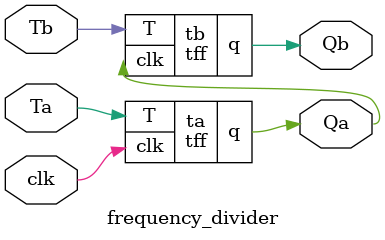
<source format=v>
`timescale 1ns / 1ps
	 
	module tff (input clk,T,output reg q=0);

always @ (posedge clk)

begin
if (T)
begin
q<=~q;
end
else
q<=q;

end
endmodule

module frequency_divider(
    input clk,Ta,Tb,
    output Qa,Qb
    );
	  
	 tff ta (.clk(clk),.T(Ta),.q(Qa));
	 tff tb (.clk(Qa),.T(Tb),.q(Qb));

endmodule


</source>
